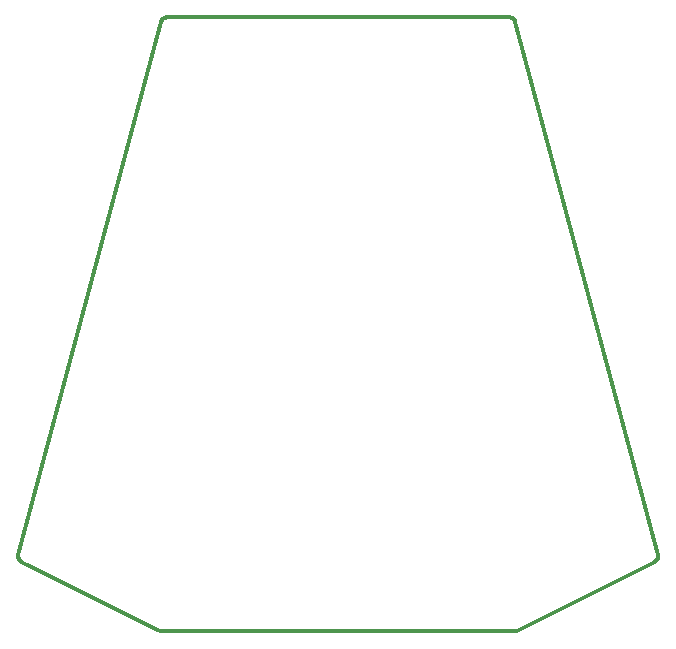
<source format=gm1>
%TF.GenerationSoftware,KiCad,Pcbnew,(6.0.6)*%
%TF.CreationDate,2022-07-30T19:54:54+09:00*%
%TF.ProjectId,pcb_promicro_plate,7063625f-7072-46f6-9d69-63726f5f706c,rev?*%
%TF.SameCoordinates,Original*%
%TF.FileFunction,Profile,NP*%
%FSLAX46Y46*%
G04 Gerber Fmt 4.6, Leading zero omitted, Abs format (unit mm)*
G04 Created by KiCad (PCBNEW (6.0.6)) date 2022-07-30 19:54:54*
%MOMM*%
%LPD*%
G01*
G04 APERTURE LIST*
%TA.AperFunction,Profile*%
%ADD10C,0.349999*%
%TD*%
G04 APERTURE END LIST*
D10*
X65430922Y-76536269D02*
X65400408Y-76565938D01*
X23979829Y-30558346D02*
X23979829Y-30558346D01*
X23502503Y-30909433D02*
X23509173Y-30889505D01*
X11391991Y-76106323D02*
X11396272Y-76084812D01*
X23588880Y-30746577D02*
X23601829Y-30731009D01*
X53455227Y-30929768D02*
X55550911Y-38804961D01*
X11400305Y-76317877D02*
X11395469Y-76297411D01*
X65567455Y-76192206D02*
X65565701Y-76234730D01*
X11412505Y-76358030D02*
X11405988Y-76338092D01*
X53209144Y-30618118D02*
X53243856Y-30638675D01*
X23816916Y-30585581D02*
X23836341Y-30579326D01*
X11401531Y-76063343D02*
X11401531Y-76063343D01*
X65555573Y-76084766D02*
X65559856Y-76106277D01*
X11384825Y-76213572D02*
X11384399Y-76192251D01*
X65400408Y-76565938D02*
X65367174Y-76593115D01*
X11388383Y-76255833D02*
X11386157Y-76234775D01*
X23524832Y-30850929D02*
X23533779Y-30832313D01*
X53075767Y-30569183D02*
X53095789Y-30573856D01*
X23509173Y-30889505D02*
X23516623Y-30869999D01*
X11602320Y-76605729D02*
X11584712Y-76593143D01*
X65331315Y-76617587D02*
X65312431Y-76628742D01*
X23675100Y-30661928D02*
X23691315Y-30649974D01*
X65483409Y-76470306D02*
X65458620Y-76504321D01*
X23601829Y-30731009D02*
X23615374Y-30716004D01*
X11386157Y-76234775D02*
X11384825Y-76213572D01*
X53442688Y-30889485D02*
X53449359Y-30909412D01*
X23797821Y-30592604D02*
X23816916Y-30585581D01*
X52993201Y-30558793D02*
X53014173Y-30560114D01*
X11396272Y-76084812D02*
X11401531Y-76063343D01*
X11386312Y-76149363D02*
X11388675Y-76127848D01*
X53362979Y-30746567D02*
X53387010Y-30779327D01*
X53055477Y-30565325D02*
X53075767Y-30569183D01*
X23725144Y-30628054D02*
X23742717Y-30618119D01*
X23644169Y-30687746D02*
X23659377Y-30674524D01*
X21400946Y-38804961D02*
X23496633Y-30929768D01*
X53014173Y-30560114D02*
X53034939Y-30562296D01*
X65559856Y-76106277D02*
X65563174Y-76127803D01*
X65292927Y-76639141D02*
X53598289Y-82548344D01*
X11384890Y-76170839D02*
X11386312Y-76149363D01*
X23836341Y-30579326D02*
X23856076Y-30573854D01*
X11658962Y-76639164D02*
X11658962Y-76639164D01*
X23353568Y-82548344D02*
X11658962Y-76639164D01*
X53449359Y-30909412D02*
X53455231Y-30929745D01*
X23708004Y-30638677D02*
X23725144Y-30628054D01*
X23937696Y-30560110D02*
X23958669Y-30558789D01*
X53307690Y-30687740D02*
X53336484Y-30715996D01*
X23576546Y-30762692D02*
X23588880Y-30746577D01*
X53598289Y-82548344D02*
X53598289Y-82548344D01*
X11658962Y-76639164D02*
X11639457Y-76628766D01*
X65560371Y-76276677D02*
X65551560Y-76317834D01*
X65550312Y-76063297D02*
X65550312Y-76063297D01*
X53276759Y-30661924D02*
X53307690Y-30687740D01*
X65312431Y-76628742D02*
X65292927Y-76639141D01*
X11401531Y-76063343D02*
X21400946Y-38804961D01*
X53243856Y-30638675D02*
X53276759Y-30661924D01*
X11584712Y-76593143D02*
X11567760Y-76579881D01*
X23533779Y-30832313D02*
X23543445Y-30814165D01*
X21400946Y-38804961D02*
X21400946Y-38804961D01*
X23742717Y-30618119D02*
X23760701Y-30608888D01*
X52972042Y-30558350D02*
X52972042Y-30558350D01*
X53034939Y-30562296D02*
X53055477Y-30565325D01*
X23629494Y-30701577D02*
X23644169Y-30687746D01*
X11493259Y-76504356D02*
X11480494Y-76487594D01*
X11436945Y-76415913D02*
X11427996Y-76396967D01*
X55550911Y-38804961D02*
X55550911Y-38804961D01*
X65539363Y-76357988D02*
X65523875Y-76396927D01*
X11446682Y-76434476D02*
X11436945Y-76415913D01*
X11567760Y-76579881D02*
X11551477Y-76565969D01*
X23856076Y-30573854D02*
X23876099Y-30569180D01*
X11468468Y-76470343D02*
X11457193Y-76452628D01*
X53418080Y-30832297D02*
X53427028Y-30850912D01*
X11506752Y-76520601D02*
X11493259Y-76504356D01*
X11419845Y-76377664D02*
X11412505Y-76358030D01*
X23691315Y-30649974D02*
X23708004Y-30638677D01*
X38475929Y-30558350D02*
X38475929Y-30558350D01*
X53172786Y-30600379D02*
X53209144Y-30618118D01*
X65551560Y-76317834D02*
X65539363Y-76357988D01*
X53134947Y-30585583D02*
X53172786Y-30600379D01*
X53336484Y-30715996D02*
X53362979Y-30746567D01*
X38475929Y-82548344D02*
X38475929Y-82548344D01*
X65367174Y-76593115D02*
X65349567Y-76605703D01*
X11427996Y-76396967D02*
X11419845Y-76377664D01*
X23496633Y-30929768D02*
X23502503Y-30909433D01*
X65563174Y-76127803D02*
X65565539Y-76149317D01*
X23779075Y-30600378D02*
X23797821Y-30592604D01*
X55550911Y-38804961D02*
X65550312Y-76063297D01*
X23564849Y-30779339D02*
X23576546Y-30762692D01*
X53598289Y-82548344D02*
X38475929Y-82548344D01*
X11551477Y-76565969D02*
X11535873Y-76551434D01*
X65565539Y-76149317D02*
X65567455Y-76192206D01*
X53427028Y-30850912D02*
X53435238Y-30869980D01*
X11535873Y-76551434D02*
X11520961Y-76536302D01*
X23958669Y-30558789D02*
X23979829Y-30558346D01*
X11405988Y-76338092D02*
X11400305Y-76317877D01*
X23353568Y-82548344D02*
X23353568Y-82548344D01*
X11639457Y-76628766D02*
X11620573Y-76617613D01*
X11395469Y-76297411D02*
X11391490Y-76276721D01*
X53095789Y-30573856D02*
X53134947Y-30585583D01*
X38475929Y-30558350D02*
X52972042Y-30558350D01*
X53435238Y-30869980D02*
X53442688Y-30889485D01*
X23615374Y-30716004D02*
X23629494Y-30701577D01*
X65523875Y-76396927D02*
X65505192Y-76434437D01*
X23553808Y-30796502D02*
X23564849Y-30779339D01*
X65505192Y-76434437D02*
X65483409Y-76470306D01*
X23659377Y-30674524D02*
X23675100Y-30661928D01*
X11620573Y-76617613D02*
X11602320Y-76605729D01*
X53408414Y-30814151D02*
X53418080Y-30832297D01*
X11391490Y-76276721D02*
X11388383Y-76255833D01*
X23916929Y-30562293D02*
X23937696Y-30560110D01*
X23979829Y-30558346D02*
X38475929Y-30558350D01*
X65292927Y-76639141D02*
X65292927Y-76639141D01*
X23760701Y-30608888D02*
X23779075Y-30600378D01*
X23876099Y-30569180D02*
X23896390Y-30565322D01*
X11457193Y-76452628D02*
X11446682Y-76434476D01*
X11388675Y-76127848D02*
X11391991Y-76106323D01*
X65565701Y-76234730D02*
X65560371Y-76276677D01*
X65550312Y-76063297D02*
X65555573Y-76084766D01*
X53387010Y-30779327D02*
X53408414Y-30814151D01*
X23543445Y-30814165D02*
X23553808Y-30796502D01*
X65349567Y-76605703D02*
X65331315Y-76617587D01*
X65458620Y-76504321D02*
X65430922Y-76536269D01*
X11480494Y-76487594D02*
X11468468Y-76470343D01*
X11520961Y-76536302D02*
X11506752Y-76520601D01*
X23516623Y-30869999D02*
X23524832Y-30850929D01*
X52972042Y-30558350D02*
X52993201Y-30558793D01*
X23496633Y-30929768D02*
X23496633Y-30929768D01*
X38475929Y-82548344D02*
X23353568Y-82548344D01*
X11384399Y-76192251D02*
X11384890Y-76170839D01*
X23896390Y-30565322D02*
X23916929Y-30562293D01*
M02*

</source>
